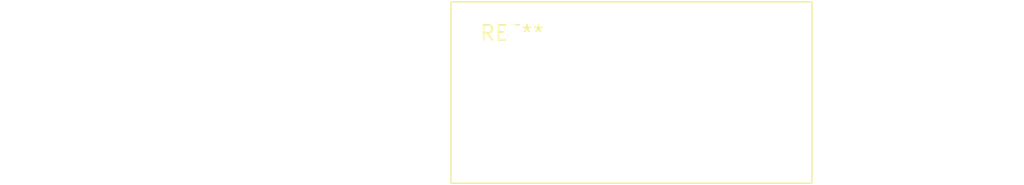
<source format=kicad_pcb>
(kicad_pcb (version 20240108) (generator pcbnew)
  (layers (0 "F.Cu" signal) (31 "B.Cu" signal) (34 "B.Paste" user) (35 "F.Paste" user) (36 "B.SilkS" user "B.Silkscreen") (37 "F.SilkS" user "F.Silkscreen") (38 "B.Mask" user) (39 "F.Mask" user) (44 "Edge.Cuts" user))
  (net 0 "")
  (footprint "L_CommonMode_Toroid_Vertical_L30.5mm_W15.2mm_Px10.16mm_Py20.32mm_Bourns_8100" (layer "F.Cu") (at 0 0)
    (property "Reference" "REF**")
    (property "Value" "L_CommonMode_Toroid_Vertical_L30.5mm_W15.2mm_Px10.16mm_Py20.32mm_Bourns_8100")
    (fp_line (start -5.2 -2.66) (end -5.2 12.82) (layer "F.SilkS") (stroke (width 0.12)))
    (fp_line (start -5.2 -2.66) (end 25.52 -2.66) (layer "F.SilkS") (stroke (width 0.12)))
    (fp_line (start -5.2 12.82) (end 25.52 12.82) (layer "F.SilkS") (stroke (width 0.12)))
    (fp_line (start 25.52 -2.66) (end 25.52 12.82) (layer "F.SilkS") (stroke (width 0.12)))
    (pad "1" thru_hole rect (at 0 0) (size 3 3) (drill 1.5) (layers *.Cu *.Mask) (remove_unused_layers))
    (pad "2" thru_hole circle (at 0 10.16) (size 3 3) (drill 1.5) (layers *.Cu *.Mask) (remove_unused_layers))
    (pad "3" thru_hole circle (at 20.32 10.16) (size 3 3) (drill 1.5) (layers *.Cu *.Mask) (remove_unused_layers))
    (pad "4" thru_hole circle (at 20.32 0) (size 3 3) (drill 1.5) (layers *.Cu *.Mask) (remove_unused_layers))
  )
)
</source>
